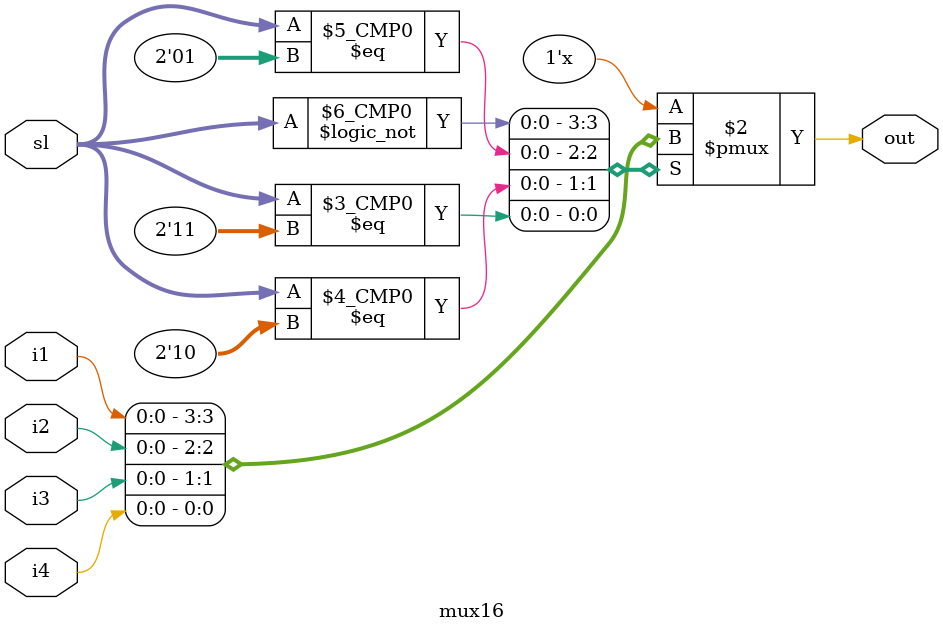
<source format=v>


module mux16(sl,i1,i2,i3,i4,out);
  input [1:0]sl,i1,i2,i3,i4;
  output reg out;
   always@(sl)
  begin
  case(sl)
  2'b00: out=i1;
  2'b01: out=i2;
  2'b10: out=i3;
  2'b11: out=i4;
  endcase
  end
endmodule


</source>
